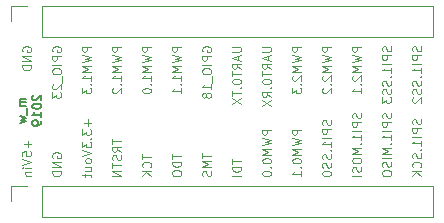
<source format=gbr>
G04 #@! TF.GenerationSoftware,KiCad,Pcbnew,(5.1.0-218-ge90452d)*
G04 #@! TF.CreationDate,2019-04-20T11:49:25-07:00*
G04 #@! TF.ProjectId,lofive,6c6f6669-7665-42e6-9b69-6361645f7063,0*
G04 #@! TF.SameCoordinates,Original*
G04 #@! TF.FileFunction,Legend,Bot*
G04 #@! TF.FilePolarity,Positive*
%FSLAX46Y46*%
G04 Gerber Fmt 4.6, Leading zero omitted, Abs format (unit mm)*
G04 Created by KiCad (PCBNEW (5.1.0-218-ge90452d)) date 2019-04-20 11:49:25*
%MOMM*%
%LPD*%
G04 APERTURE LIST*
%ADD10C,0.187500*%
%ADD11C,0.125000*%
%ADD12C,0.120000*%
G04 APERTURE END LIST*
D10*
X102761315Y-117033800D02*
X102261315Y-117033800D01*
X102332744Y-117033800D02*
X102297030Y-117069514D01*
X102261315Y-117140942D01*
X102261315Y-117248085D01*
X102297030Y-117319514D01*
X102368458Y-117355228D01*
X102761315Y-117355228D01*
X102368458Y-117355228D02*
X102297030Y-117390942D01*
X102261315Y-117462371D01*
X102261315Y-117569514D01*
X102297030Y-117640942D01*
X102368458Y-117676657D01*
X102761315Y-117676657D01*
X102832744Y-117855228D02*
X102832744Y-118426657D01*
X102261315Y-118533800D02*
X102761315Y-118676657D01*
X102404172Y-118819514D01*
X102761315Y-118962371D01*
X102261315Y-119105228D01*
X103395244Y-116748085D02*
X103359530Y-116783800D01*
X103323815Y-116855228D01*
X103323815Y-117033800D01*
X103359530Y-117105228D01*
X103395244Y-117140942D01*
X103466672Y-117176657D01*
X103538101Y-117176657D01*
X103645244Y-117140942D01*
X104073815Y-116712371D01*
X104073815Y-117176657D01*
X103323815Y-117640942D02*
X103323815Y-117712371D01*
X103359530Y-117783800D01*
X103395244Y-117819514D01*
X103466672Y-117855228D01*
X103609530Y-117890942D01*
X103788101Y-117890942D01*
X103930958Y-117855228D01*
X104002387Y-117819514D01*
X104038101Y-117783800D01*
X104073815Y-117712371D01*
X104073815Y-117640942D01*
X104038101Y-117569514D01*
X104002387Y-117533800D01*
X103930958Y-117498085D01*
X103788101Y-117462371D01*
X103609530Y-117462371D01*
X103466672Y-117498085D01*
X103395244Y-117533800D01*
X103359530Y-117569514D01*
X103323815Y-117640942D01*
X104073815Y-118605228D02*
X104073815Y-118176657D01*
X104073815Y-118390942D02*
X103323815Y-118390942D01*
X103430958Y-118319514D01*
X103502387Y-118248085D01*
X103538101Y-118176657D01*
X104073815Y-118962371D02*
X104073815Y-119105228D01*
X104038101Y-119176657D01*
X104002387Y-119212371D01*
X103895244Y-119283800D01*
X103752387Y-119319514D01*
X103466672Y-119319514D01*
X103395244Y-119283800D01*
X103359530Y-119248085D01*
X103323815Y-119176657D01*
X103323815Y-119033800D01*
X103359530Y-118962371D01*
X103395244Y-118926657D01*
X103466672Y-118890942D01*
X103645244Y-118890942D01*
X103716672Y-118926657D01*
X103752387Y-118962371D01*
X103788101Y-119033800D01*
X103788101Y-119176657D01*
X103752387Y-119248085D01*
X103716672Y-119283800D01*
X103645244Y-119319514D01*
D11*
X136193571Y-112619107D02*
X136229285Y-112726250D01*
X136229285Y-112904821D01*
X136193571Y-112976250D01*
X136157857Y-113011964D01*
X136086428Y-113047678D01*
X136015000Y-113047678D01*
X135943571Y-113011964D01*
X135907857Y-112976250D01*
X135872142Y-112904821D01*
X135836428Y-112761964D01*
X135800714Y-112690535D01*
X135765000Y-112654821D01*
X135693571Y-112619107D01*
X135622142Y-112619107D01*
X135550714Y-112654821D01*
X135515000Y-112690535D01*
X135479285Y-112761964D01*
X135479285Y-112940535D01*
X135515000Y-113047678D01*
X136229285Y-113369107D02*
X135479285Y-113369107D01*
X135479285Y-113654821D01*
X135515000Y-113726250D01*
X135550714Y-113761964D01*
X135622142Y-113797678D01*
X135729285Y-113797678D01*
X135800714Y-113761964D01*
X135836428Y-113726250D01*
X135872142Y-113654821D01*
X135872142Y-113369107D01*
X136229285Y-114119107D02*
X135479285Y-114119107D01*
X136229285Y-114869107D02*
X136229285Y-114440535D01*
X136229285Y-114654821D02*
X135479285Y-114654821D01*
X135586428Y-114583392D01*
X135657857Y-114511964D01*
X135693571Y-114440535D01*
X136157857Y-115190535D02*
X136193571Y-115226250D01*
X136229285Y-115190535D01*
X136193571Y-115154821D01*
X136157857Y-115190535D01*
X136229285Y-115190535D01*
X136193571Y-115511964D02*
X136229285Y-115619107D01*
X136229285Y-115797678D01*
X136193571Y-115869107D01*
X136157857Y-115904821D01*
X136086428Y-115940535D01*
X136015000Y-115940535D01*
X135943571Y-115904821D01*
X135907857Y-115869107D01*
X135872142Y-115797678D01*
X135836428Y-115654821D01*
X135800714Y-115583392D01*
X135765000Y-115547678D01*
X135693571Y-115511964D01*
X135622142Y-115511964D01*
X135550714Y-115547678D01*
X135515000Y-115583392D01*
X135479285Y-115654821D01*
X135479285Y-115833392D01*
X135515000Y-115940535D01*
X136193571Y-116226250D02*
X136229285Y-116333392D01*
X136229285Y-116511964D01*
X136193571Y-116583392D01*
X136157857Y-116619107D01*
X136086428Y-116654821D01*
X136015000Y-116654821D01*
X135943571Y-116619107D01*
X135907857Y-116583392D01*
X135872142Y-116511964D01*
X135836428Y-116369107D01*
X135800714Y-116297678D01*
X135765000Y-116261964D01*
X135693571Y-116226250D01*
X135622142Y-116226250D01*
X135550714Y-116261964D01*
X135515000Y-116297678D01*
X135479285Y-116369107D01*
X135479285Y-116547678D01*
X135515000Y-116654821D01*
X135550714Y-116940535D02*
X135515000Y-116976250D01*
X135479285Y-117047678D01*
X135479285Y-117226250D01*
X135515000Y-117297678D01*
X135550714Y-117333392D01*
X135622142Y-117369107D01*
X135693571Y-117369107D01*
X135800714Y-117333392D01*
X136229285Y-116904821D01*
X136229285Y-117369107D01*
X133653571Y-112619107D02*
X133689285Y-112726250D01*
X133689285Y-112904821D01*
X133653571Y-112976250D01*
X133617857Y-113011964D01*
X133546428Y-113047678D01*
X133475000Y-113047678D01*
X133403571Y-113011964D01*
X133367857Y-112976250D01*
X133332142Y-112904821D01*
X133296428Y-112761964D01*
X133260714Y-112690535D01*
X133225000Y-112654821D01*
X133153571Y-112619107D01*
X133082142Y-112619107D01*
X133010714Y-112654821D01*
X132975000Y-112690535D01*
X132939285Y-112761964D01*
X132939285Y-112940535D01*
X132975000Y-113047678D01*
X133689285Y-113369107D02*
X132939285Y-113369107D01*
X132939285Y-113654821D01*
X132975000Y-113726250D01*
X133010714Y-113761964D01*
X133082142Y-113797678D01*
X133189285Y-113797678D01*
X133260714Y-113761964D01*
X133296428Y-113726250D01*
X133332142Y-113654821D01*
X133332142Y-113369107D01*
X133689285Y-114119107D02*
X132939285Y-114119107D01*
X133689285Y-114869107D02*
X133689285Y-114440535D01*
X133689285Y-114654821D02*
X132939285Y-114654821D01*
X133046428Y-114583392D01*
X133117857Y-114511964D01*
X133153571Y-114440535D01*
X133617857Y-115190535D02*
X133653571Y-115226250D01*
X133689285Y-115190535D01*
X133653571Y-115154821D01*
X133617857Y-115190535D01*
X133689285Y-115190535D01*
X133653571Y-115511964D02*
X133689285Y-115619107D01*
X133689285Y-115797678D01*
X133653571Y-115869107D01*
X133617857Y-115904821D01*
X133546428Y-115940535D01*
X133475000Y-115940535D01*
X133403571Y-115904821D01*
X133367857Y-115869107D01*
X133332142Y-115797678D01*
X133296428Y-115654821D01*
X133260714Y-115583392D01*
X133225000Y-115547678D01*
X133153571Y-115511964D01*
X133082142Y-115511964D01*
X133010714Y-115547678D01*
X132975000Y-115583392D01*
X132939285Y-115654821D01*
X132939285Y-115833392D01*
X132975000Y-115940535D01*
X133653571Y-116226250D02*
X133689285Y-116333392D01*
X133689285Y-116511964D01*
X133653571Y-116583392D01*
X133617857Y-116619107D01*
X133546428Y-116654821D01*
X133475000Y-116654821D01*
X133403571Y-116619107D01*
X133367857Y-116583392D01*
X133332142Y-116511964D01*
X133296428Y-116369107D01*
X133260714Y-116297678D01*
X133225000Y-116261964D01*
X133153571Y-116226250D01*
X133082142Y-116226250D01*
X133010714Y-116261964D01*
X132975000Y-116297678D01*
X132939285Y-116369107D01*
X132939285Y-116547678D01*
X132975000Y-116654821D01*
X132939285Y-116904821D02*
X132939285Y-117369107D01*
X133225000Y-117119107D01*
X133225000Y-117226250D01*
X133260714Y-117297678D01*
X133296428Y-117333392D01*
X133367857Y-117369107D01*
X133546428Y-117369107D01*
X133617857Y-117333392D01*
X133653571Y-117297678D01*
X133689285Y-117226250D01*
X133689285Y-117011964D01*
X133653571Y-116940535D01*
X133617857Y-116904821D01*
X131149285Y-112654821D02*
X130399285Y-112654821D01*
X130399285Y-112940535D01*
X130435000Y-113011964D01*
X130470714Y-113047678D01*
X130542142Y-113083392D01*
X130649285Y-113083392D01*
X130720714Y-113047678D01*
X130756428Y-113011964D01*
X130792142Y-112940535D01*
X130792142Y-112654821D01*
X130399285Y-113333392D02*
X131149285Y-113511964D01*
X130613571Y-113654821D01*
X131149285Y-113797678D01*
X130399285Y-113976250D01*
X131149285Y-114261964D02*
X130399285Y-114261964D01*
X130935000Y-114511964D01*
X130399285Y-114761964D01*
X131149285Y-114761964D01*
X130470714Y-115083392D02*
X130435000Y-115119107D01*
X130399285Y-115190535D01*
X130399285Y-115369107D01*
X130435000Y-115440535D01*
X130470714Y-115476250D01*
X130542142Y-115511964D01*
X130613571Y-115511964D01*
X130720714Y-115476250D01*
X131149285Y-115047678D01*
X131149285Y-115511964D01*
X131077857Y-115833392D02*
X131113571Y-115869107D01*
X131149285Y-115833392D01*
X131113571Y-115797678D01*
X131077857Y-115833392D01*
X131149285Y-115833392D01*
X131149285Y-116583392D02*
X131149285Y-116154821D01*
X131149285Y-116369107D02*
X130399285Y-116369107D01*
X130506428Y-116297678D01*
X130577857Y-116226250D01*
X130613571Y-116154821D01*
X128609285Y-112654821D02*
X127859285Y-112654821D01*
X127859285Y-112940535D01*
X127895000Y-113011964D01*
X127930714Y-113047678D01*
X128002142Y-113083392D01*
X128109285Y-113083392D01*
X128180714Y-113047678D01*
X128216428Y-113011964D01*
X128252142Y-112940535D01*
X128252142Y-112654821D01*
X127859285Y-113333392D02*
X128609285Y-113511964D01*
X128073571Y-113654821D01*
X128609285Y-113797678D01*
X127859285Y-113976250D01*
X128609285Y-114261964D02*
X127859285Y-114261964D01*
X128395000Y-114511964D01*
X127859285Y-114761964D01*
X128609285Y-114761964D01*
X127930714Y-115083392D02*
X127895000Y-115119107D01*
X127859285Y-115190535D01*
X127859285Y-115369107D01*
X127895000Y-115440535D01*
X127930714Y-115476250D01*
X128002142Y-115511964D01*
X128073571Y-115511964D01*
X128180714Y-115476250D01*
X128609285Y-115047678D01*
X128609285Y-115511964D01*
X128537857Y-115833392D02*
X128573571Y-115869107D01*
X128609285Y-115833392D01*
X128573571Y-115797678D01*
X128537857Y-115833392D01*
X128609285Y-115833392D01*
X127930714Y-116154821D02*
X127895000Y-116190535D01*
X127859285Y-116261964D01*
X127859285Y-116440535D01*
X127895000Y-116511964D01*
X127930714Y-116547678D01*
X128002142Y-116583392D01*
X128073571Y-116583392D01*
X128180714Y-116547678D01*
X128609285Y-116119107D01*
X128609285Y-116583392D01*
X126069285Y-112654821D02*
X125319285Y-112654821D01*
X125319285Y-112940535D01*
X125355000Y-113011964D01*
X125390714Y-113047678D01*
X125462142Y-113083392D01*
X125569285Y-113083392D01*
X125640714Y-113047678D01*
X125676428Y-113011964D01*
X125712142Y-112940535D01*
X125712142Y-112654821D01*
X125319285Y-113333392D02*
X126069285Y-113511964D01*
X125533571Y-113654821D01*
X126069285Y-113797678D01*
X125319285Y-113976250D01*
X126069285Y-114261964D02*
X125319285Y-114261964D01*
X125855000Y-114511964D01*
X125319285Y-114761964D01*
X126069285Y-114761964D01*
X125390714Y-115083392D02*
X125355000Y-115119107D01*
X125319285Y-115190535D01*
X125319285Y-115369107D01*
X125355000Y-115440535D01*
X125390714Y-115476250D01*
X125462142Y-115511964D01*
X125533571Y-115511964D01*
X125640714Y-115476250D01*
X126069285Y-115047678D01*
X126069285Y-115511964D01*
X125997857Y-115833392D02*
X126033571Y-115869107D01*
X126069285Y-115833392D01*
X126033571Y-115797678D01*
X125997857Y-115833392D01*
X126069285Y-115833392D01*
X125319285Y-116119107D02*
X125319285Y-116583392D01*
X125605000Y-116333392D01*
X125605000Y-116440535D01*
X125640714Y-116511964D01*
X125676428Y-116547678D01*
X125747857Y-116583392D01*
X125926428Y-116583392D01*
X125997857Y-116547678D01*
X126033571Y-116511964D01*
X126069285Y-116440535D01*
X126069285Y-116226250D01*
X126033571Y-116154821D01*
X125997857Y-116119107D01*
X122779285Y-112654821D02*
X123386428Y-112654821D01*
X123457857Y-112690535D01*
X123493571Y-112726250D01*
X123529285Y-112797678D01*
X123529285Y-112940535D01*
X123493571Y-113011964D01*
X123457857Y-113047678D01*
X123386428Y-113083392D01*
X122779285Y-113083392D01*
X123315000Y-113404821D02*
X123315000Y-113761964D01*
X123529285Y-113333392D02*
X122779285Y-113583392D01*
X123529285Y-113833392D01*
X123529285Y-114511964D02*
X123172142Y-114261964D01*
X123529285Y-114083392D02*
X122779285Y-114083392D01*
X122779285Y-114369107D01*
X122815000Y-114440535D01*
X122850714Y-114476250D01*
X122922142Y-114511964D01*
X123029285Y-114511964D01*
X123100714Y-114476250D01*
X123136428Y-114440535D01*
X123172142Y-114369107D01*
X123172142Y-114083392D01*
X122779285Y-114726250D02*
X122779285Y-115154821D01*
X123529285Y-114940535D02*
X122779285Y-114940535D01*
X122779285Y-115547678D02*
X122779285Y-115619107D01*
X122815000Y-115690535D01*
X122850714Y-115726250D01*
X122922142Y-115761964D01*
X123065000Y-115797678D01*
X123243571Y-115797678D01*
X123386428Y-115761964D01*
X123457857Y-115726250D01*
X123493571Y-115690535D01*
X123529285Y-115619107D01*
X123529285Y-115547678D01*
X123493571Y-115476250D01*
X123457857Y-115440535D01*
X123386428Y-115404821D01*
X123243571Y-115369107D01*
X123065000Y-115369107D01*
X122922142Y-115404821D01*
X122850714Y-115440535D01*
X122815000Y-115476250D01*
X122779285Y-115547678D01*
X123457857Y-116119107D02*
X123493571Y-116154821D01*
X123529285Y-116119107D01*
X123493571Y-116083392D01*
X123457857Y-116119107D01*
X123529285Y-116119107D01*
X123529285Y-116904821D02*
X123172142Y-116654821D01*
X123529285Y-116476250D02*
X122779285Y-116476250D01*
X122779285Y-116761964D01*
X122815000Y-116833392D01*
X122850714Y-116869107D01*
X122922142Y-116904821D01*
X123029285Y-116904821D01*
X123100714Y-116869107D01*
X123136428Y-116833392D01*
X123172142Y-116761964D01*
X123172142Y-116476250D01*
X122779285Y-117154821D02*
X123529285Y-117654821D01*
X122779285Y-117654821D02*
X123529285Y-117154821D01*
X120239285Y-112654821D02*
X120846428Y-112654821D01*
X120917857Y-112690535D01*
X120953571Y-112726250D01*
X120989285Y-112797678D01*
X120989285Y-112940535D01*
X120953571Y-113011964D01*
X120917857Y-113047678D01*
X120846428Y-113083392D01*
X120239285Y-113083392D01*
X120775000Y-113404821D02*
X120775000Y-113761964D01*
X120989285Y-113333392D02*
X120239285Y-113583392D01*
X120989285Y-113833392D01*
X120989285Y-114511964D02*
X120632142Y-114261964D01*
X120989285Y-114083392D02*
X120239285Y-114083392D01*
X120239285Y-114369107D01*
X120275000Y-114440535D01*
X120310714Y-114476250D01*
X120382142Y-114511964D01*
X120489285Y-114511964D01*
X120560714Y-114476250D01*
X120596428Y-114440535D01*
X120632142Y-114369107D01*
X120632142Y-114083392D01*
X120239285Y-114726250D02*
X120239285Y-115154821D01*
X120989285Y-114940535D02*
X120239285Y-114940535D01*
X120239285Y-115547678D02*
X120239285Y-115619107D01*
X120275000Y-115690535D01*
X120310714Y-115726250D01*
X120382142Y-115761964D01*
X120525000Y-115797678D01*
X120703571Y-115797678D01*
X120846428Y-115761964D01*
X120917857Y-115726250D01*
X120953571Y-115690535D01*
X120989285Y-115619107D01*
X120989285Y-115547678D01*
X120953571Y-115476250D01*
X120917857Y-115440535D01*
X120846428Y-115404821D01*
X120703571Y-115369107D01*
X120525000Y-115369107D01*
X120382142Y-115404821D01*
X120310714Y-115440535D01*
X120275000Y-115476250D01*
X120239285Y-115547678D01*
X120917857Y-116119107D02*
X120953571Y-116154821D01*
X120989285Y-116119107D01*
X120953571Y-116083392D01*
X120917857Y-116119107D01*
X120989285Y-116119107D01*
X120239285Y-116369107D02*
X120239285Y-116797678D01*
X120989285Y-116583392D02*
X120239285Y-116583392D01*
X120239285Y-116976250D02*
X120989285Y-117476250D01*
X120239285Y-117476250D02*
X120989285Y-116976250D01*
X117735000Y-113047678D02*
X117699285Y-112976250D01*
X117699285Y-112869107D01*
X117735000Y-112761964D01*
X117806428Y-112690535D01*
X117877857Y-112654821D01*
X118020714Y-112619107D01*
X118127857Y-112619107D01*
X118270714Y-112654821D01*
X118342142Y-112690535D01*
X118413571Y-112761964D01*
X118449285Y-112869107D01*
X118449285Y-112940535D01*
X118413571Y-113047678D01*
X118377857Y-113083392D01*
X118127857Y-113083392D01*
X118127857Y-112940535D01*
X118449285Y-113404821D02*
X117699285Y-113404821D01*
X117699285Y-113690535D01*
X117735000Y-113761964D01*
X117770714Y-113797678D01*
X117842142Y-113833392D01*
X117949285Y-113833392D01*
X118020714Y-113797678D01*
X118056428Y-113761964D01*
X118092142Y-113690535D01*
X118092142Y-113404821D01*
X118449285Y-114154821D02*
X117699285Y-114154821D01*
X117699285Y-114654821D02*
X117699285Y-114797678D01*
X117735000Y-114869107D01*
X117806428Y-114940535D01*
X117949285Y-114976250D01*
X118199285Y-114976250D01*
X118342142Y-114940535D01*
X118413571Y-114869107D01*
X118449285Y-114797678D01*
X118449285Y-114654821D01*
X118413571Y-114583392D01*
X118342142Y-114511964D01*
X118199285Y-114476250D01*
X117949285Y-114476250D01*
X117806428Y-114511964D01*
X117735000Y-114583392D01*
X117699285Y-114654821D01*
X118520714Y-115119107D02*
X118520714Y-115690535D01*
X118449285Y-116261964D02*
X118449285Y-115833392D01*
X118449285Y-116047678D02*
X117699285Y-116047678D01*
X117806428Y-115976250D01*
X117877857Y-115904821D01*
X117913571Y-115833392D01*
X118020714Y-116690535D02*
X117985000Y-116619107D01*
X117949285Y-116583392D01*
X117877857Y-116547678D01*
X117842142Y-116547678D01*
X117770714Y-116583392D01*
X117735000Y-116619107D01*
X117699285Y-116690535D01*
X117699285Y-116833392D01*
X117735000Y-116904821D01*
X117770714Y-116940535D01*
X117842142Y-116976250D01*
X117877857Y-116976250D01*
X117949285Y-116940535D01*
X117985000Y-116904821D01*
X118020714Y-116833392D01*
X118020714Y-116690535D01*
X118056428Y-116619107D01*
X118092142Y-116583392D01*
X118163571Y-116547678D01*
X118306428Y-116547678D01*
X118377857Y-116583392D01*
X118413571Y-116619107D01*
X118449285Y-116690535D01*
X118449285Y-116833392D01*
X118413571Y-116904821D01*
X118377857Y-116940535D01*
X118306428Y-116976250D01*
X118163571Y-116976250D01*
X118092142Y-116940535D01*
X118056428Y-116904821D01*
X118020714Y-116833392D01*
X115909285Y-112654821D02*
X115159285Y-112654821D01*
X115159285Y-112940535D01*
X115195000Y-113011964D01*
X115230714Y-113047678D01*
X115302142Y-113083392D01*
X115409285Y-113083392D01*
X115480714Y-113047678D01*
X115516428Y-113011964D01*
X115552142Y-112940535D01*
X115552142Y-112654821D01*
X115159285Y-113333392D02*
X115909285Y-113511964D01*
X115373571Y-113654821D01*
X115909285Y-113797678D01*
X115159285Y-113976250D01*
X115909285Y-114261964D02*
X115159285Y-114261964D01*
X115695000Y-114511964D01*
X115159285Y-114761964D01*
X115909285Y-114761964D01*
X115909285Y-115511964D02*
X115909285Y-115083392D01*
X115909285Y-115297678D02*
X115159285Y-115297678D01*
X115266428Y-115226250D01*
X115337857Y-115154821D01*
X115373571Y-115083392D01*
X115837857Y-115833392D02*
X115873571Y-115869107D01*
X115909285Y-115833392D01*
X115873571Y-115797678D01*
X115837857Y-115833392D01*
X115909285Y-115833392D01*
X115909285Y-116583392D02*
X115909285Y-116154821D01*
X115909285Y-116369107D02*
X115159285Y-116369107D01*
X115266428Y-116297678D01*
X115337857Y-116226250D01*
X115373571Y-116154821D01*
X113369285Y-112654821D02*
X112619285Y-112654821D01*
X112619285Y-112940535D01*
X112655000Y-113011964D01*
X112690714Y-113047678D01*
X112762142Y-113083392D01*
X112869285Y-113083392D01*
X112940714Y-113047678D01*
X112976428Y-113011964D01*
X113012142Y-112940535D01*
X113012142Y-112654821D01*
X112619285Y-113333392D02*
X113369285Y-113511964D01*
X112833571Y-113654821D01*
X113369285Y-113797678D01*
X112619285Y-113976250D01*
X113369285Y-114261964D02*
X112619285Y-114261964D01*
X113155000Y-114511964D01*
X112619285Y-114761964D01*
X113369285Y-114761964D01*
X113369285Y-115511964D02*
X113369285Y-115083392D01*
X113369285Y-115297678D02*
X112619285Y-115297678D01*
X112726428Y-115226250D01*
X112797857Y-115154821D01*
X112833571Y-115083392D01*
X113297857Y-115833392D02*
X113333571Y-115869107D01*
X113369285Y-115833392D01*
X113333571Y-115797678D01*
X113297857Y-115833392D01*
X113369285Y-115833392D01*
X112619285Y-116333392D02*
X112619285Y-116404821D01*
X112655000Y-116476250D01*
X112690714Y-116511964D01*
X112762142Y-116547678D01*
X112905000Y-116583392D01*
X113083571Y-116583392D01*
X113226428Y-116547678D01*
X113297857Y-116511964D01*
X113333571Y-116476250D01*
X113369285Y-116404821D01*
X113369285Y-116333392D01*
X113333571Y-116261964D01*
X113297857Y-116226250D01*
X113226428Y-116190535D01*
X113083571Y-116154821D01*
X112905000Y-116154821D01*
X112762142Y-116190535D01*
X112690714Y-116226250D01*
X112655000Y-116261964D01*
X112619285Y-116333392D01*
X110829285Y-112654821D02*
X110079285Y-112654821D01*
X110079285Y-112940535D01*
X110115000Y-113011964D01*
X110150714Y-113047678D01*
X110222142Y-113083392D01*
X110329285Y-113083392D01*
X110400714Y-113047678D01*
X110436428Y-113011964D01*
X110472142Y-112940535D01*
X110472142Y-112654821D01*
X110079285Y-113333392D02*
X110829285Y-113511964D01*
X110293571Y-113654821D01*
X110829285Y-113797678D01*
X110079285Y-113976250D01*
X110829285Y-114261964D02*
X110079285Y-114261964D01*
X110615000Y-114511964D01*
X110079285Y-114761964D01*
X110829285Y-114761964D01*
X110829285Y-115511964D02*
X110829285Y-115083392D01*
X110829285Y-115297678D02*
X110079285Y-115297678D01*
X110186428Y-115226250D01*
X110257857Y-115154821D01*
X110293571Y-115083392D01*
X110757857Y-115833392D02*
X110793571Y-115869107D01*
X110829285Y-115833392D01*
X110793571Y-115797678D01*
X110757857Y-115833392D01*
X110829285Y-115833392D01*
X110150714Y-116154821D02*
X110115000Y-116190535D01*
X110079285Y-116261964D01*
X110079285Y-116440535D01*
X110115000Y-116511964D01*
X110150714Y-116547678D01*
X110222142Y-116583392D01*
X110293571Y-116583392D01*
X110400714Y-116547678D01*
X110829285Y-116119107D01*
X110829285Y-116583392D01*
X108289285Y-112654821D02*
X107539285Y-112654821D01*
X107539285Y-112940535D01*
X107575000Y-113011964D01*
X107610714Y-113047678D01*
X107682142Y-113083392D01*
X107789285Y-113083392D01*
X107860714Y-113047678D01*
X107896428Y-113011964D01*
X107932142Y-112940535D01*
X107932142Y-112654821D01*
X107539285Y-113333392D02*
X108289285Y-113511964D01*
X107753571Y-113654821D01*
X108289285Y-113797678D01*
X107539285Y-113976250D01*
X108289285Y-114261964D02*
X107539285Y-114261964D01*
X108075000Y-114511964D01*
X107539285Y-114761964D01*
X108289285Y-114761964D01*
X108289285Y-115511964D02*
X108289285Y-115083392D01*
X108289285Y-115297678D02*
X107539285Y-115297678D01*
X107646428Y-115226250D01*
X107717857Y-115154821D01*
X107753571Y-115083392D01*
X108217857Y-115833392D02*
X108253571Y-115869107D01*
X108289285Y-115833392D01*
X108253571Y-115797678D01*
X108217857Y-115833392D01*
X108289285Y-115833392D01*
X107539285Y-116119107D02*
X107539285Y-116583392D01*
X107825000Y-116333392D01*
X107825000Y-116440535D01*
X107860714Y-116511964D01*
X107896428Y-116547678D01*
X107967857Y-116583392D01*
X108146428Y-116583392D01*
X108217857Y-116547678D01*
X108253571Y-116511964D01*
X108289285Y-116440535D01*
X108289285Y-116226250D01*
X108253571Y-116154821D01*
X108217857Y-116119107D01*
X105035000Y-113047678D02*
X104999285Y-112976250D01*
X104999285Y-112869107D01*
X105035000Y-112761964D01*
X105106428Y-112690535D01*
X105177857Y-112654821D01*
X105320714Y-112619107D01*
X105427857Y-112619107D01*
X105570714Y-112654821D01*
X105642142Y-112690535D01*
X105713571Y-112761964D01*
X105749285Y-112869107D01*
X105749285Y-112940535D01*
X105713571Y-113047678D01*
X105677857Y-113083392D01*
X105427857Y-113083392D01*
X105427857Y-112940535D01*
X105749285Y-113404821D02*
X104999285Y-113404821D01*
X104999285Y-113690535D01*
X105035000Y-113761964D01*
X105070714Y-113797678D01*
X105142142Y-113833392D01*
X105249285Y-113833392D01*
X105320714Y-113797678D01*
X105356428Y-113761964D01*
X105392142Y-113690535D01*
X105392142Y-113404821D01*
X105749285Y-114154821D02*
X104999285Y-114154821D01*
X104999285Y-114654821D02*
X104999285Y-114797678D01*
X105035000Y-114869107D01*
X105106428Y-114940535D01*
X105249285Y-114976250D01*
X105499285Y-114976250D01*
X105642142Y-114940535D01*
X105713571Y-114869107D01*
X105749285Y-114797678D01*
X105749285Y-114654821D01*
X105713571Y-114583392D01*
X105642142Y-114511964D01*
X105499285Y-114476250D01*
X105249285Y-114476250D01*
X105106428Y-114511964D01*
X105035000Y-114583392D01*
X104999285Y-114654821D01*
X105820714Y-115119107D02*
X105820714Y-115690535D01*
X105070714Y-115833392D02*
X105035000Y-115869107D01*
X104999285Y-115940535D01*
X104999285Y-116119107D01*
X105035000Y-116190535D01*
X105070714Y-116226250D01*
X105142142Y-116261964D01*
X105213571Y-116261964D01*
X105320714Y-116226250D01*
X105749285Y-115797678D01*
X105749285Y-116261964D01*
X104999285Y-116511964D02*
X104999285Y-116976250D01*
X105285000Y-116726250D01*
X105285000Y-116833392D01*
X105320714Y-116904821D01*
X105356428Y-116940535D01*
X105427857Y-116976250D01*
X105606428Y-116976250D01*
X105677857Y-116940535D01*
X105713571Y-116904821D01*
X105749285Y-116833392D01*
X105749285Y-116619107D01*
X105713571Y-116547678D01*
X105677857Y-116511964D01*
X102495000Y-113047678D02*
X102459285Y-112976250D01*
X102459285Y-112869107D01*
X102495000Y-112761964D01*
X102566428Y-112690535D01*
X102637857Y-112654821D01*
X102780714Y-112619107D01*
X102887857Y-112619107D01*
X103030714Y-112654821D01*
X103102142Y-112690535D01*
X103173571Y-112761964D01*
X103209285Y-112869107D01*
X103209285Y-112940535D01*
X103173571Y-113047678D01*
X103137857Y-113083392D01*
X102887857Y-113083392D01*
X102887857Y-112940535D01*
X103209285Y-113404821D02*
X102459285Y-113404821D01*
X103209285Y-113833392D01*
X102459285Y-113833392D01*
X103209285Y-114190535D02*
X102459285Y-114190535D01*
X102459285Y-114369107D01*
X102495000Y-114476250D01*
X102566428Y-114547678D01*
X102637857Y-114583392D01*
X102780714Y-114619107D01*
X102887857Y-114619107D01*
X103030714Y-114583392D01*
X103102142Y-114547678D01*
X103173571Y-114476250D01*
X103209285Y-114369107D01*
X103209285Y-114190535D01*
X136193571Y-118779464D02*
X136229285Y-118886607D01*
X136229285Y-119065178D01*
X136193571Y-119136607D01*
X136157857Y-119172321D01*
X136086428Y-119208035D01*
X136015000Y-119208035D01*
X135943571Y-119172321D01*
X135907857Y-119136607D01*
X135872142Y-119065178D01*
X135836428Y-118922321D01*
X135800714Y-118850892D01*
X135765000Y-118815178D01*
X135693571Y-118779464D01*
X135622142Y-118779464D01*
X135550714Y-118815178D01*
X135515000Y-118850892D01*
X135479285Y-118922321D01*
X135479285Y-119100892D01*
X135515000Y-119208035D01*
X136229285Y-119529464D02*
X135479285Y-119529464D01*
X135479285Y-119815178D01*
X135515000Y-119886607D01*
X135550714Y-119922321D01*
X135622142Y-119958035D01*
X135729285Y-119958035D01*
X135800714Y-119922321D01*
X135836428Y-119886607D01*
X135872142Y-119815178D01*
X135872142Y-119529464D01*
X136229285Y-120279464D02*
X135479285Y-120279464D01*
X136229285Y-121029464D02*
X136229285Y-120600892D01*
X136229285Y-120815178D02*
X135479285Y-120815178D01*
X135586428Y-120743750D01*
X135657857Y-120672321D01*
X135693571Y-120600892D01*
X136157857Y-121350892D02*
X136193571Y-121386607D01*
X136229285Y-121350892D01*
X136193571Y-121315178D01*
X136157857Y-121350892D01*
X136229285Y-121350892D01*
X136193571Y-121672321D02*
X136229285Y-121779464D01*
X136229285Y-121958035D01*
X136193571Y-122029464D01*
X136157857Y-122065178D01*
X136086428Y-122100892D01*
X136015000Y-122100892D01*
X135943571Y-122065178D01*
X135907857Y-122029464D01*
X135872142Y-121958035D01*
X135836428Y-121815178D01*
X135800714Y-121743750D01*
X135765000Y-121708035D01*
X135693571Y-121672321D01*
X135622142Y-121672321D01*
X135550714Y-121708035D01*
X135515000Y-121743750D01*
X135479285Y-121815178D01*
X135479285Y-121993750D01*
X135515000Y-122100892D01*
X136157857Y-122850892D02*
X136193571Y-122815178D01*
X136229285Y-122708035D01*
X136229285Y-122636607D01*
X136193571Y-122529464D01*
X136122142Y-122458035D01*
X136050714Y-122422321D01*
X135907857Y-122386607D01*
X135800714Y-122386607D01*
X135657857Y-122422321D01*
X135586428Y-122458035D01*
X135515000Y-122529464D01*
X135479285Y-122636607D01*
X135479285Y-122708035D01*
X135515000Y-122815178D01*
X135550714Y-122850892D01*
X136229285Y-123172321D02*
X135479285Y-123172321D01*
X136229285Y-123600892D02*
X135800714Y-123279464D01*
X135479285Y-123600892D02*
X135907857Y-123172321D01*
X133653571Y-118279464D02*
X133689285Y-118386607D01*
X133689285Y-118565178D01*
X133653571Y-118636607D01*
X133617857Y-118672321D01*
X133546428Y-118708035D01*
X133475000Y-118708035D01*
X133403571Y-118672321D01*
X133367857Y-118636607D01*
X133332142Y-118565178D01*
X133296428Y-118422321D01*
X133260714Y-118350892D01*
X133225000Y-118315178D01*
X133153571Y-118279464D01*
X133082142Y-118279464D01*
X133010714Y-118315178D01*
X132975000Y-118350892D01*
X132939285Y-118422321D01*
X132939285Y-118600892D01*
X132975000Y-118708035D01*
X133689285Y-119029464D02*
X132939285Y-119029464D01*
X132939285Y-119315178D01*
X132975000Y-119386607D01*
X133010714Y-119422321D01*
X133082142Y-119458035D01*
X133189285Y-119458035D01*
X133260714Y-119422321D01*
X133296428Y-119386607D01*
X133332142Y-119315178D01*
X133332142Y-119029464D01*
X133689285Y-119779464D02*
X132939285Y-119779464D01*
X133689285Y-120529464D02*
X133689285Y-120100892D01*
X133689285Y-120315178D02*
X132939285Y-120315178D01*
X133046428Y-120243750D01*
X133117857Y-120172321D01*
X133153571Y-120100892D01*
X133617857Y-120850892D02*
X133653571Y-120886607D01*
X133689285Y-120850892D01*
X133653571Y-120815178D01*
X133617857Y-120850892D01*
X133689285Y-120850892D01*
X133689285Y-121208035D02*
X132939285Y-121208035D01*
X133475000Y-121458035D01*
X132939285Y-121708035D01*
X133689285Y-121708035D01*
X133689285Y-122065178D02*
X132939285Y-122065178D01*
X133653571Y-122386607D02*
X133689285Y-122493750D01*
X133689285Y-122672321D01*
X133653571Y-122743750D01*
X133617857Y-122779464D01*
X133546428Y-122815178D01*
X133475000Y-122815178D01*
X133403571Y-122779464D01*
X133367857Y-122743750D01*
X133332142Y-122672321D01*
X133296428Y-122529464D01*
X133260714Y-122458035D01*
X133225000Y-122422321D01*
X133153571Y-122386607D01*
X133082142Y-122386607D01*
X133010714Y-122422321D01*
X132975000Y-122458035D01*
X132939285Y-122529464D01*
X132939285Y-122708035D01*
X132975000Y-122815178D01*
X132939285Y-123279464D02*
X132939285Y-123422321D01*
X132975000Y-123493750D01*
X133046428Y-123565178D01*
X133189285Y-123600892D01*
X133439285Y-123600892D01*
X133582142Y-123565178D01*
X133653571Y-123493750D01*
X133689285Y-123422321D01*
X133689285Y-123279464D01*
X133653571Y-123208035D01*
X133582142Y-123136607D01*
X133439285Y-123100892D01*
X133189285Y-123100892D01*
X133046428Y-123136607D01*
X132975000Y-123208035D01*
X132939285Y-123279464D01*
X131113571Y-118279464D02*
X131149285Y-118386607D01*
X131149285Y-118565178D01*
X131113571Y-118636607D01*
X131077857Y-118672321D01*
X131006428Y-118708035D01*
X130935000Y-118708035D01*
X130863571Y-118672321D01*
X130827857Y-118636607D01*
X130792142Y-118565178D01*
X130756428Y-118422321D01*
X130720714Y-118350892D01*
X130685000Y-118315178D01*
X130613571Y-118279464D01*
X130542142Y-118279464D01*
X130470714Y-118315178D01*
X130435000Y-118350892D01*
X130399285Y-118422321D01*
X130399285Y-118600892D01*
X130435000Y-118708035D01*
X131149285Y-119029464D02*
X130399285Y-119029464D01*
X130399285Y-119315178D01*
X130435000Y-119386607D01*
X130470714Y-119422321D01*
X130542142Y-119458035D01*
X130649285Y-119458035D01*
X130720714Y-119422321D01*
X130756428Y-119386607D01*
X130792142Y-119315178D01*
X130792142Y-119029464D01*
X131149285Y-119779464D02*
X130399285Y-119779464D01*
X131149285Y-120529464D02*
X131149285Y-120100892D01*
X131149285Y-120315178D02*
X130399285Y-120315178D01*
X130506428Y-120243750D01*
X130577857Y-120172321D01*
X130613571Y-120100892D01*
X131077857Y-120850892D02*
X131113571Y-120886607D01*
X131149285Y-120850892D01*
X131113571Y-120815178D01*
X131077857Y-120850892D01*
X131149285Y-120850892D01*
X131149285Y-121208035D02*
X130399285Y-121208035D01*
X130935000Y-121458035D01*
X130399285Y-121708035D01*
X131149285Y-121708035D01*
X130399285Y-122208035D02*
X130399285Y-122350892D01*
X130435000Y-122422321D01*
X130506428Y-122493750D01*
X130649285Y-122529464D01*
X130899285Y-122529464D01*
X131042142Y-122493750D01*
X131113571Y-122422321D01*
X131149285Y-122350892D01*
X131149285Y-122208035D01*
X131113571Y-122136607D01*
X131042142Y-122065178D01*
X130899285Y-122029464D01*
X130649285Y-122029464D01*
X130506428Y-122065178D01*
X130435000Y-122136607D01*
X130399285Y-122208035D01*
X131113571Y-122815178D02*
X131149285Y-122922321D01*
X131149285Y-123100892D01*
X131113571Y-123172321D01*
X131077857Y-123208035D01*
X131006428Y-123243750D01*
X130935000Y-123243750D01*
X130863571Y-123208035D01*
X130827857Y-123172321D01*
X130792142Y-123100892D01*
X130756428Y-122958035D01*
X130720714Y-122886607D01*
X130685000Y-122850892D01*
X130613571Y-122815178D01*
X130542142Y-122815178D01*
X130470714Y-122850892D01*
X130435000Y-122886607D01*
X130399285Y-122958035D01*
X130399285Y-123136607D01*
X130435000Y-123243750D01*
X131149285Y-123565178D02*
X130399285Y-123565178D01*
X128573571Y-118850892D02*
X128609285Y-118958035D01*
X128609285Y-119136607D01*
X128573571Y-119208035D01*
X128537857Y-119243750D01*
X128466428Y-119279464D01*
X128395000Y-119279464D01*
X128323571Y-119243750D01*
X128287857Y-119208035D01*
X128252142Y-119136607D01*
X128216428Y-118993750D01*
X128180714Y-118922321D01*
X128145000Y-118886607D01*
X128073571Y-118850892D01*
X128002142Y-118850892D01*
X127930714Y-118886607D01*
X127895000Y-118922321D01*
X127859285Y-118993750D01*
X127859285Y-119172321D01*
X127895000Y-119279464D01*
X128609285Y-119600892D02*
X127859285Y-119600892D01*
X127859285Y-119886607D01*
X127895000Y-119958035D01*
X127930714Y-119993750D01*
X128002142Y-120029464D01*
X128109285Y-120029464D01*
X128180714Y-119993750D01*
X128216428Y-119958035D01*
X128252142Y-119886607D01*
X128252142Y-119600892D01*
X128609285Y-120350892D02*
X127859285Y-120350892D01*
X128609285Y-121100892D02*
X128609285Y-120672321D01*
X128609285Y-120886607D02*
X127859285Y-120886607D01*
X127966428Y-120815178D01*
X128037857Y-120743750D01*
X128073571Y-120672321D01*
X128537857Y-121422321D02*
X128573571Y-121458035D01*
X128609285Y-121422321D01*
X128573571Y-121386607D01*
X128537857Y-121422321D01*
X128609285Y-121422321D01*
X128573571Y-121743750D02*
X128609285Y-121850892D01*
X128609285Y-122029464D01*
X128573571Y-122100892D01*
X128537857Y-122136607D01*
X128466428Y-122172321D01*
X128395000Y-122172321D01*
X128323571Y-122136607D01*
X128287857Y-122100892D01*
X128252142Y-122029464D01*
X128216428Y-121886607D01*
X128180714Y-121815178D01*
X128145000Y-121779464D01*
X128073571Y-121743750D01*
X128002142Y-121743750D01*
X127930714Y-121779464D01*
X127895000Y-121815178D01*
X127859285Y-121886607D01*
X127859285Y-122065178D01*
X127895000Y-122172321D01*
X128573571Y-122458035D02*
X128609285Y-122565178D01*
X128609285Y-122743750D01*
X128573571Y-122815178D01*
X128537857Y-122850892D01*
X128466428Y-122886607D01*
X128395000Y-122886607D01*
X128323571Y-122850892D01*
X128287857Y-122815178D01*
X128252142Y-122743750D01*
X128216428Y-122600892D01*
X128180714Y-122529464D01*
X128145000Y-122493750D01*
X128073571Y-122458035D01*
X128002142Y-122458035D01*
X127930714Y-122493750D01*
X127895000Y-122529464D01*
X127859285Y-122600892D01*
X127859285Y-122779464D01*
X127895000Y-122886607D01*
X127859285Y-123350892D02*
X127859285Y-123422321D01*
X127895000Y-123493750D01*
X127930714Y-123529464D01*
X128002142Y-123565178D01*
X128145000Y-123600892D01*
X128323571Y-123600892D01*
X128466428Y-123565178D01*
X128537857Y-123529464D01*
X128573571Y-123493750D01*
X128609285Y-123422321D01*
X128609285Y-123350892D01*
X128573571Y-123279464D01*
X128537857Y-123243750D01*
X128466428Y-123208035D01*
X128323571Y-123172321D01*
X128145000Y-123172321D01*
X128002142Y-123208035D01*
X127930714Y-123243750D01*
X127895000Y-123279464D01*
X127859285Y-123350892D01*
X126069285Y-119672321D02*
X125319285Y-119672321D01*
X125319285Y-119958035D01*
X125355000Y-120029464D01*
X125390714Y-120065178D01*
X125462142Y-120100892D01*
X125569285Y-120100892D01*
X125640714Y-120065178D01*
X125676428Y-120029464D01*
X125712142Y-119958035D01*
X125712142Y-119672321D01*
X125319285Y-120350892D02*
X126069285Y-120529464D01*
X125533571Y-120672321D01*
X126069285Y-120815178D01*
X125319285Y-120993750D01*
X126069285Y-121279464D02*
X125319285Y-121279464D01*
X125855000Y-121529464D01*
X125319285Y-121779464D01*
X126069285Y-121779464D01*
X125319285Y-122279464D02*
X125319285Y-122350892D01*
X125355000Y-122422321D01*
X125390714Y-122458035D01*
X125462142Y-122493750D01*
X125605000Y-122529464D01*
X125783571Y-122529464D01*
X125926428Y-122493750D01*
X125997857Y-122458035D01*
X126033571Y-122422321D01*
X126069285Y-122350892D01*
X126069285Y-122279464D01*
X126033571Y-122208035D01*
X125997857Y-122172321D01*
X125926428Y-122136607D01*
X125783571Y-122100892D01*
X125605000Y-122100892D01*
X125462142Y-122136607D01*
X125390714Y-122172321D01*
X125355000Y-122208035D01*
X125319285Y-122279464D01*
X125997857Y-122850892D02*
X126033571Y-122886607D01*
X126069285Y-122850892D01*
X126033571Y-122815178D01*
X125997857Y-122850892D01*
X126069285Y-122850892D01*
X126069285Y-123600892D02*
X126069285Y-123172321D01*
X126069285Y-123386607D02*
X125319285Y-123386607D01*
X125426428Y-123315178D01*
X125497857Y-123243750D01*
X125533571Y-123172321D01*
X123529285Y-119672321D02*
X122779285Y-119672321D01*
X122779285Y-119958035D01*
X122815000Y-120029464D01*
X122850714Y-120065178D01*
X122922142Y-120100892D01*
X123029285Y-120100892D01*
X123100714Y-120065178D01*
X123136428Y-120029464D01*
X123172142Y-119958035D01*
X123172142Y-119672321D01*
X122779285Y-120350892D02*
X123529285Y-120529464D01*
X122993571Y-120672321D01*
X123529285Y-120815178D01*
X122779285Y-120993750D01*
X123529285Y-121279464D02*
X122779285Y-121279464D01*
X123315000Y-121529464D01*
X122779285Y-121779464D01*
X123529285Y-121779464D01*
X122779285Y-122279464D02*
X122779285Y-122350892D01*
X122815000Y-122422321D01*
X122850714Y-122458035D01*
X122922142Y-122493750D01*
X123065000Y-122529464D01*
X123243571Y-122529464D01*
X123386428Y-122493750D01*
X123457857Y-122458035D01*
X123493571Y-122422321D01*
X123529285Y-122350892D01*
X123529285Y-122279464D01*
X123493571Y-122208035D01*
X123457857Y-122172321D01*
X123386428Y-122136607D01*
X123243571Y-122100892D01*
X123065000Y-122100892D01*
X122922142Y-122136607D01*
X122850714Y-122172321D01*
X122815000Y-122208035D01*
X122779285Y-122279464D01*
X123457857Y-122850892D02*
X123493571Y-122886607D01*
X123529285Y-122850892D01*
X123493571Y-122815178D01*
X123457857Y-122850892D01*
X123529285Y-122850892D01*
X122779285Y-123350892D02*
X122779285Y-123422321D01*
X122815000Y-123493750D01*
X122850714Y-123529464D01*
X122922142Y-123565178D01*
X123065000Y-123600892D01*
X123243571Y-123600892D01*
X123386428Y-123565178D01*
X123457857Y-123529464D01*
X123493571Y-123493750D01*
X123529285Y-123422321D01*
X123529285Y-123350892D01*
X123493571Y-123279464D01*
X123457857Y-123243750D01*
X123386428Y-123208035D01*
X123243571Y-123172321D01*
X123065000Y-123172321D01*
X122922142Y-123208035D01*
X122850714Y-123243750D01*
X122815000Y-123279464D01*
X122779285Y-123350892D01*
X120239285Y-122136607D02*
X120239285Y-122565178D01*
X120989285Y-122350892D02*
X120239285Y-122350892D01*
X120989285Y-122815178D02*
X120239285Y-122815178D01*
X120239285Y-122993750D01*
X120275000Y-123100892D01*
X120346428Y-123172321D01*
X120417857Y-123208035D01*
X120560714Y-123243750D01*
X120667857Y-123243750D01*
X120810714Y-123208035D01*
X120882142Y-123172321D01*
X120953571Y-123100892D01*
X120989285Y-122993750D01*
X120989285Y-122815178D01*
X120989285Y-123565178D02*
X120239285Y-123565178D01*
X117699285Y-121672321D02*
X117699285Y-122100892D01*
X118449285Y-121886607D02*
X117699285Y-121886607D01*
X118449285Y-122350892D02*
X117699285Y-122350892D01*
X118235000Y-122600892D01*
X117699285Y-122850892D01*
X118449285Y-122850892D01*
X118413571Y-123172321D02*
X118449285Y-123279464D01*
X118449285Y-123458035D01*
X118413571Y-123529464D01*
X118377857Y-123565178D01*
X118306428Y-123600892D01*
X118235000Y-123600892D01*
X118163571Y-123565178D01*
X118127857Y-123529464D01*
X118092142Y-123458035D01*
X118056428Y-123315178D01*
X118020714Y-123243750D01*
X117985000Y-123208035D01*
X117913571Y-123172321D01*
X117842142Y-123172321D01*
X117770714Y-123208035D01*
X117735000Y-123243750D01*
X117699285Y-123315178D01*
X117699285Y-123493750D01*
X117735000Y-123600892D01*
X115159285Y-121708035D02*
X115159285Y-122136607D01*
X115909285Y-121922321D02*
X115159285Y-121922321D01*
X115909285Y-122386607D02*
X115159285Y-122386607D01*
X115159285Y-122565178D01*
X115195000Y-122672321D01*
X115266428Y-122743750D01*
X115337857Y-122779464D01*
X115480714Y-122815178D01*
X115587857Y-122815178D01*
X115730714Y-122779464D01*
X115802142Y-122743750D01*
X115873571Y-122672321D01*
X115909285Y-122565178D01*
X115909285Y-122386607D01*
X115159285Y-123279464D02*
X115159285Y-123422321D01*
X115195000Y-123493750D01*
X115266428Y-123565178D01*
X115409285Y-123600892D01*
X115659285Y-123600892D01*
X115802142Y-123565178D01*
X115873571Y-123493750D01*
X115909285Y-123422321D01*
X115909285Y-123279464D01*
X115873571Y-123208035D01*
X115802142Y-123136607D01*
X115659285Y-123100892D01*
X115409285Y-123100892D01*
X115266428Y-123136607D01*
X115195000Y-123208035D01*
X115159285Y-123279464D01*
X112619285Y-121743750D02*
X112619285Y-122172321D01*
X113369285Y-121958035D02*
X112619285Y-121958035D01*
X113297857Y-122850892D02*
X113333571Y-122815178D01*
X113369285Y-122708035D01*
X113369285Y-122636607D01*
X113333571Y-122529464D01*
X113262142Y-122458035D01*
X113190714Y-122422321D01*
X113047857Y-122386607D01*
X112940714Y-122386607D01*
X112797857Y-122422321D01*
X112726428Y-122458035D01*
X112655000Y-122529464D01*
X112619285Y-122636607D01*
X112619285Y-122708035D01*
X112655000Y-122815178D01*
X112690714Y-122850892D01*
X113369285Y-123172321D02*
X112619285Y-123172321D01*
X113369285Y-123600892D02*
X112940714Y-123279464D01*
X112619285Y-123600892D02*
X113047857Y-123172321D01*
X110079285Y-120422321D02*
X110079285Y-120850892D01*
X110829285Y-120636607D02*
X110079285Y-120636607D01*
X110829285Y-121529464D02*
X110472142Y-121279464D01*
X110829285Y-121100892D02*
X110079285Y-121100892D01*
X110079285Y-121386607D01*
X110115000Y-121458035D01*
X110150714Y-121493750D01*
X110222142Y-121529464D01*
X110329285Y-121529464D01*
X110400714Y-121493750D01*
X110436428Y-121458035D01*
X110472142Y-121386607D01*
X110472142Y-121100892D01*
X110793571Y-121815178D02*
X110829285Y-121922321D01*
X110829285Y-122100892D01*
X110793571Y-122172321D01*
X110757857Y-122208035D01*
X110686428Y-122243750D01*
X110615000Y-122243750D01*
X110543571Y-122208035D01*
X110507857Y-122172321D01*
X110472142Y-122100892D01*
X110436428Y-121958035D01*
X110400714Y-121886607D01*
X110365000Y-121850892D01*
X110293571Y-121815178D01*
X110222142Y-121815178D01*
X110150714Y-121850892D01*
X110115000Y-121886607D01*
X110079285Y-121958035D01*
X110079285Y-122136607D01*
X110115000Y-122243750D01*
X110079285Y-122458035D02*
X110079285Y-122886607D01*
X110829285Y-122672321D02*
X110079285Y-122672321D01*
X110829285Y-123136607D02*
X110079285Y-123136607D01*
X110829285Y-123565178D01*
X110079285Y-123565178D01*
X108003571Y-118779464D02*
X108003571Y-119350892D01*
X108289285Y-119065178D02*
X107717857Y-119065178D01*
X107539285Y-119636607D02*
X107539285Y-120100892D01*
X107825000Y-119850892D01*
X107825000Y-119958035D01*
X107860714Y-120029464D01*
X107896428Y-120065178D01*
X107967857Y-120100892D01*
X108146428Y-120100892D01*
X108217857Y-120065178D01*
X108253571Y-120029464D01*
X108289285Y-119958035D01*
X108289285Y-119743750D01*
X108253571Y-119672321D01*
X108217857Y-119636607D01*
X108217857Y-120422321D02*
X108253571Y-120458035D01*
X108289285Y-120422321D01*
X108253571Y-120386607D01*
X108217857Y-120422321D01*
X108289285Y-120422321D01*
X107539285Y-120708035D02*
X107539285Y-121172321D01*
X107825000Y-120922321D01*
X107825000Y-121029464D01*
X107860714Y-121100892D01*
X107896428Y-121136607D01*
X107967857Y-121172321D01*
X108146428Y-121172321D01*
X108217857Y-121136607D01*
X108253571Y-121100892D01*
X108289285Y-121029464D01*
X108289285Y-120815178D01*
X108253571Y-120743750D01*
X108217857Y-120708035D01*
X107539285Y-121386607D02*
X108289285Y-121636607D01*
X107539285Y-121886607D01*
X108289285Y-122243750D02*
X108253571Y-122172321D01*
X108217857Y-122136607D01*
X108146428Y-122100892D01*
X107932142Y-122100892D01*
X107860714Y-122136607D01*
X107825000Y-122172321D01*
X107789285Y-122243750D01*
X107789285Y-122350892D01*
X107825000Y-122422321D01*
X107860714Y-122458035D01*
X107932142Y-122493750D01*
X108146428Y-122493750D01*
X108217857Y-122458035D01*
X108253571Y-122422321D01*
X108289285Y-122350892D01*
X108289285Y-122243750D01*
X107789285Y-123136607D02*
X108289285Y-123136607D01*
X107789285Y-122815178D02*
X108182142Y-122815178D01*
X108253571Y-122850892D01*
X108289285Y-122922321D01*
X108289285Y-123029464D01*
X108253571Y-123100892D01*
X108217857Y-123136607D01*
X107789285Y-123386607D02*
X107789285Y-123672321D01*
X107539285Y-123493750D02*
X108182142Y-123493750D01*
X108253571Y-123529464D01*
X108289285Y-123600892D01*
X108289285Y-123672321D01*
X105035000Y-122029464D02*
X104999285Y-121958035D01*
X104999285Y-121850892D01*
X105035000Y-121743750D01*
X105106428Y-121672321D01*
X105177857Y-121636607D01*
X105320714Y-121600892D01*
X105427857Y-121600892D01*
X105570714Y-121636607D01*
X105642142Y-121672321D01*
X105713571Y-121743750D01*
X105749285Y-121850892D01*
X105749285Y-121922321D01*
X105713571Y-122029464D01*
X105677857Y-122065178D01*
X105427857Y-122065178D01*
X105427857Y-121922321D01*
X105749285Y-122386607D02*
X104999285Y-122386607D01*
X105749285Y-122815178D01*
X104999285Y-122815178D01*
X105749285Y-123172321D02*
X104999285Y-123172321D01*
X104999285Y-123350892D01*
X105035000Y-123458035D01*
X105106428Y-123529464D01*
X105177857Y-123565178D01*
X105320714Y-123600892D01*
X105427857Y-123600892D01*
X105570714Y-123565178D01*
X105642142Y-123529464D01*
X105713571Y-123458035D01*
X105749285Y-123350892D01*
X105749285Y-123172321D01*
X102923571Y-120600892D02*
X102923571Y-121172321D01*
X103209285Y-120886607D02*
X102637857Y-120886607D01*
X102459285Y-121886607D02*
X102459285Y-121529464D01*
X102816428Y-121493750D01*
X102780714Y-121529464D01*
X102745000Y-121600892D01*
X102745000Y-121779464D01*
X102780714Y-121850892D01*
X102816428Y-121886607D01*
X102887857Y-121922321D01*
X103066428Y-121922321D01*
X103137857Y-121886607D01*
X103173571Y-121850892D01*
X103209285Y-121779464D01*
X103209285Y-121600892D01*
X103173571Y-121529464D01*
X103137857Y-121493750D01*
X102459285Y-122136607D02*
X103209285Y-122386607D01*
X102459285Y-122636607D01*
X103209285Y-122886607D02*
X102709285Y-122886607D01*
X102459285Y-122886607D02*
X102495000Y-122850892D01*
X102530714Y-122886607D01*
X102495000Y-122922321D01*
X102459285Y-122886607D01*
X102530714Y-122886607D01*
X102709285Y-123243750D02*
X103209285Y-123243750D01*
X102780714Y-123243750D02*
X102745000Y-123279464D01*
X102709285Y-123350892D01*
X102709285Y-123458035D01*
X102745000Y-123529464D01*
X102816428Y-123565178D01*
X103209285Y-123565178D01*
D12*
X101540000Y-109160000D02*
X101540000Y-110490000D01*
X102870000Y-109160000D02*
X101540000Y-109160000D01*
X104140000Y-109160000D02*
X104140000Y-111820000D01*
X104140000Y-111820000D02*
X137220000Y-111820000D01*
X104140000Y-109160000D02*
X137220000Y-109160000D01*
X137220000Y-109160000D02*
X137220000Y-111820000D01*
X101540000Y-124400000D02*
X101540000Y-125730000D01*
X102870000Y-124400000D02*
X101540000Y-124400000D01*
X104140000Y-124400000D02*
X104140000Y-127060000D01*
X104140000Y-127060000D02*
X137220000Y-127060000D01*
X104140000Y-124400000D02*
X137220000Y-124400000D01*
X137220000Y-124400000D02*
X137220000Y-127060000D01*
M02*

</source>
